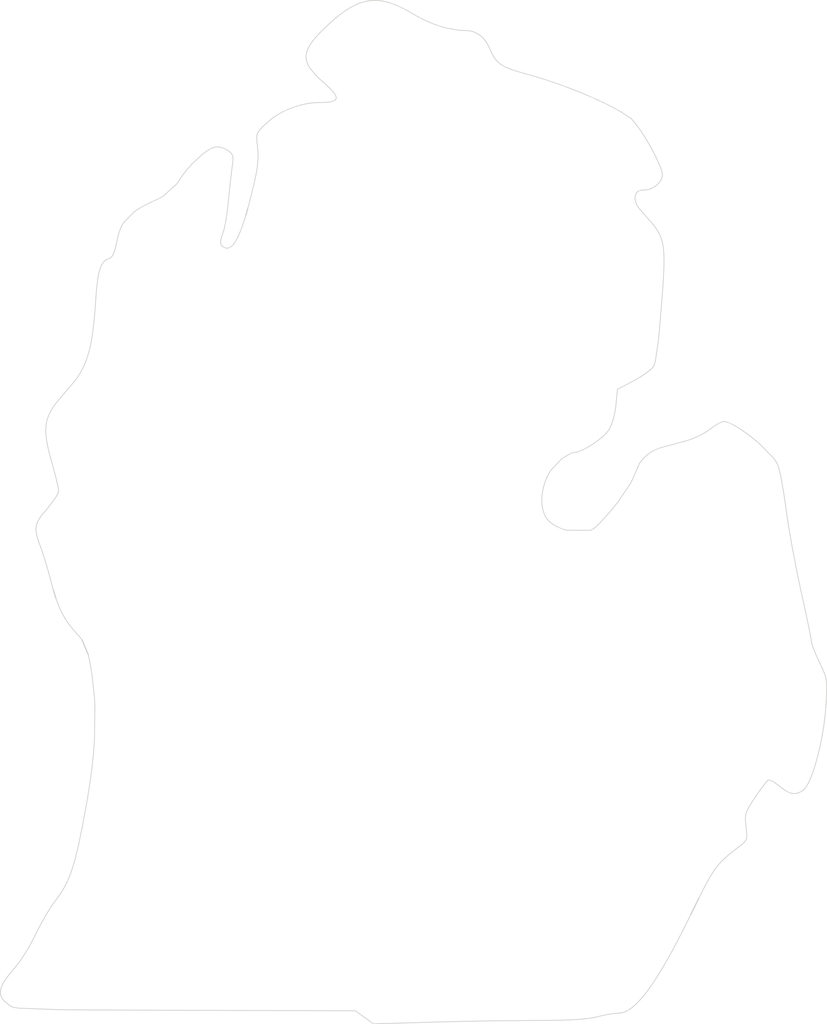
<source format=kicad_pcb>
(kicad_pcb (version 20171130) (host pcbnew 5.1.7)

  (general
    (thickness 1.6)
    (drawings 683)
    (tracks 0)
    (zones 0)
    (modules 0)
    (nets 1)
  )

  (page A4)
  (layers
    (0 F.Cu signal)
    (31 B.Cu signal)
    (32 B.Adhes user hide)
    (33 F.Adhes user)
    (34 B.Paste user)
    (35 F.Paste user)
    (36 B.SilkS user)
    (37 F.SilkS user)
    (38 B.Mask user)
    (39 F.Mask user)
    (40 Dwgs.User user)
    (41 Cmts.User user)
    (42 Eco1.User user)
    (43 Eco2.User user)
    (44 Edge.Cuts user)
    (45 Margin user)
    (46 B.CrtYd user)
    (47 F.CrtYd user)
    (48 B.Fab user)
    (49 F.Fab user)
  )

  (setup
    (last_trace_width 0.25)
    (trace_clearance 0.2)
    (zone_clearance 0.508)
    (zone_45_only no)
    (trace_min 0.2)
    (via_size 0.6)
    (via_drill 0.4)
    (via_min_size 0.4)
    (via_min_drill 0.3)
    (uvia_size 0.3)
    (uvia_drill 0.1)
    (uvias_allowed no)
    (uvia_min_size 0.2)
    (uvia_min_drill 0.1)
    (edge_width 0.15)
    (segment_width 0.2)
    (pcb_text_width 0.3)
    (pcb_text_size 1.5 1.5)
    (mod_edge_width 0.15)
    (mod_text_size 1 1)
    (mod_text_width 0.15)
    (pad_size 1.524 1.524)
    (pad_drill 0.762)
    (pad_to_mask_clearance 0.2)
    (aux_axis_origin 0 0)
    (visible_elements FFFFFF7F)
    (pcbplotparams
      (layerselection 0x010f0_80000001)
      (usegerberextensions false)
      (usegerberattributes true)
      (usegerberadvancedattributes true)
      (creategerberjobfile true)
      (excludeedgelayer true)
      (linewidth 0.100000)
      (plotframeref false)
      (viasonmask false)
      (mode 1)
      (useauxorigin false)
      (hpglpennumber 1)
      (hpglpenspeed 20)
      (hpglpendiameter 15.000000)
      (psnegative false)
      (psa4output false)
      (plotreference true)
      (plotvalue true)
      (plotinvisibletext false)
      (padsonsilk false)
      (subtractmaskfromsilk false)
      (outputformat 1)
      (mirror false)
      (drillshape 1)
      (scaleselection 1)
      (outputdirectory "gerbers/"))
  )

  (net 0 "")

  (net_class Default "This is the default net class."
    (clearance 0.2)
    (trace_width 0.25)
    (via_dia 0.6)
    (via_drill 0.4)
    (uvia_dia 0.3)
    (uvia_drill 0.1)
  )

  (gr_line (start 95.962 60.9497) (end 95.7205 61.7903) (layer Edge.Cuts) (width 0.15) (tstamp 5F962D14))
  (gr_line (start 151.147 148.771) (end 152.12 146.79) (layer Edge.Cuts) (width 0.15) (tstamp 5F962CD2))
  (gr_line (start 72.0612 109.4401) (end 71.7495 108.4424) (layer Edge.Cuts) (width 0.15) (tstamp 5F962CAA))
  (gr_line (start 76.0979 116.4829) (end 75.3292 114.6424) (layer Edge.Cuts) (width 0.15) (tstamp 5F962C9B))
  (gr_line (start 140.661 99.1569) (end 141.395 98.3058) (layer Edge.Cuts) (width 0.1))
  (gr_line (start 144.67 50.9478) (end 143.736 49.78) (layer Edge.Cuts) (width 0.1))
  (gr_line (start 143.736 49.78) (end 143.736 49.78) (layer Edge.Cuts) (width 0.1))
  (gr_line (start 110.48 161.579) (end 109.36 160.768) (layer Edge.Cuts) (width 0.1))
  (gr_line (start 109.36 160.768) (end 88.1468 160.71) (layer Edge.Cuts) (width 0.1))
  (gr_line (start 88.1468 160.71) (end 76.2688 160.664) (layer Edge.Cuts) (width 0.1))
  (gr_line (start 76.2688 160.664) (end 72.4825 160.628) (layer Edge.Cuts) (width 0.1))
  (gr_line (start 72.4825 160.628) (end 67.5084 160.445) (layer Edge.Cuts) (width 0.1))
  (gr_line (start 67.5084 160.445) (end 67.0607 160.386) (layer Edge.Cuts) (width 0.1))
  (gr_line (start 67.0607 160.386) (end 66.7305 160.318) (layer Edge.Cuts) (width 0.1))
  (gr_line (start 66.7305 160.318) (end 66.4898 160.239) (layer Edge.Cuts) (width 0.1))
  (gr_line (start 66.4898 160.239) (end 65.6664 159.599) (layer Edge.Cuts) (width 0.1))
  (gr_line (start 65.6664 159.599) (end 65.4787 159.377) (layer Edge.Cuts) (width 0.1))
  (gr_line (start 65.4787 159.377) (end 65.3329 159.152) (layer Edge.Cuts) (width 0.1))
  (gr_line (start 65.3329 159.152) (end 65.2296 158.923) (layer Edge.Cuts) (width 0.1))
  (gr_line (start 65.2296 158.923) (end 65.1692 158.686) (layer Edge.Cuts) (width 0.1))
  (gr_line (start 65.1692 158.686) (end 65.1523 158.439) (layer Edge.Cuts) (width 0.1))
  (gr_line (start 65.1523 158.439) (end 65.1792 158.179) (layer Edge.Cuts) (width 0.1))
  (gr_line (start 65.1792 158.179) (end 65.2507 157.903) (layer Edge.Cuts) (width 0.1))
  (gr_line (start 65.2507 157.903) (end 65.367 157.609) (layer Edge.Cuts) (width 0.1))
  (gr_line (start 65.367 157.609) (end 65.5288 157.294) (layer Edge.Cuts) (width 0.1))
  (gr_line (start 65.5288 157.294) (end 65.7365 156.954) (layer Edge.Cuts) (width 0.1))
  (gr_line (start 65.7365 156.954) (end 65.9907 156.588) (layer Edge.Cuts) (width 0.1))
  (gr_line (start 65.9907 156.588) (end 66.2917 156.193) (layer Edge.Cuts) (width 0.1))
  (gr_line (start 66.2917 156.193) (end 67.0366 155.304) (layer Edge.Cuts) (width 0.1))
  (gr_line (start 67.0366 155.304) (end 67.3155 154.961) (layer Edge.Cuts) (width 0.1))
  (gr_line (start 67.3155 154.961) (end 67.6265 154.534) (layer Edge.Cuts) (width 0.1))
  (gr_line (start 67.6265 154.534) (end 67.9591 154.041) (layer Edge.Cuts) (width 0.1))
  (gr_line (start 67.9591 154.041) (end 68.3029 153.498) (layer Edge.Cuts) (width 0.1))
  (gr_line (start 68.3029 153.498) (end 68.6475 152.923) (layer Edge.Cuts) (width 0.1))
  (gr_line (start 68.6475 152.923) (end 68.9824 152.332) (layer Edge.Cuts) (width 0.1))
  (gr_line (start 68.9824 152.332) (end 69.2972 151.742) (layer Edge.Cuts) (width 0.1))
  (gr_line (start 69.2972 151.742) (end 69.5814 151.171) (layer Edge.Cuts) (width 0.1))
  (gr_line (start 69.5814 151.171) (end 69.8649 150.598) (layer Edge.Cuts) (width 0.1))
  (gr_line (start 69.8649 150.598) (end 70.1777 150.002) (layer Edge.Cuts) (width 0.1))
  (gr_line (start 70.1777 150.002) (end 70.8496 148.812) (layer Edge.Cuts) (width 0.1))
  (gr_line (start 70.8496 148.812) (end 71.5148 147.741) (layer Edge.Cuts) (width 0.1))
  (gr_line (start 71.5148 147.741) (end 72.4047 146.516) (layer Edge.Cuts) (width 0.1))
  (gr_line (start 72.4047 146.516) (end 72.696 146.098) (layer Edge.Cuts) (width 0.1))
  (gr_line (start 72.696 146.098) (end 72.9675 145.668) (layer Edge.Cuts) (width 0.1))
  (gr_line (start 72.9675 145.668) (end 73.2215 145.218) (layer Edge.Cuts) (width 0.1))
  (gr_line (start 73.2215 145.218) (end 73.4605 144.74) (layer Edge.Cuts) (width 0.1))
  (gr_line (start 73.4605 144.74) (end 73.6869 144.226) (layer Edge.Cuts) (width 0.1))
  (gr_line (start 73.6869 144.226) (end 73.9033 143.67) (layer Edge.Cuts) (width 0.1))
  (gr_line (start 73.9033 143.67) (end 74.1119 143.063) (layer Edge.Cuts) (width 0.1))
  (gr_line (start 74.1119 143.063) (end 74.3152 142.399) (layer Edge.Cuts) (width 0.1))
  (gr_line (start 74.3152 142.399) (end 74.5157 141.669) (layer Edge.Cuts) (width 0.1))
  (gr_line (start 74.5157 141.669) (end 74.7158 140.866) (layer Edge.Cuts) (width 0.1))
  (gr_line (start 74.7158 140.866) (end 74.9179 139.983) (layer Edge.Cuts) (width 0.1))
  (gr_line (start 74.9179 139.983) (end 75.338 137.946) (layer Edge.Cuts) (width 0.1))
  (gr_line (start 75.338 137.946) (end 75.7953 135.498) (layer Edge.Cuts) (width 0.1))
  (gr_line (start 75.7953 135.498) (end 76.0277 134.1596) (layer Edge.Cuts) (width 0.1))
  (gr_line (start 76.0277 134.1596) (end 76.2338 132.8656) (layer Edge.Cuts) (width 0.1))
  (gr_line (start 76.2338 132.8656) (end 76.4137 131.6133) (layer Edge.Cuts) (width 0.1))
  (gr_line (start 76.4137 131.6133) (end 76.5675 130.4003) (layer Edge.Cuts) (width 0.1))
  (gr_line (start 76.5675 130.4003) (end 76.6954 129.2242) (layer Edge.Cuts) (width 0.1))
  (gr_line (start 76.6954 129.2242) (end 76.7973 128.0826) (layer Edge.Cuts) (width 0.1))
  (gr_line (start 76.7973 128.0826) (end 76.8733 126.9732) (layer Edge.Cuts) (width 0.1))
  (gr_line (start 76.8733 126.9732) (end 76.9208 122.8094) (layer Edge.Cuts) (width 0.1))
  (gr_line (start 76.9208 122.8094) (end 76.8689 121.8252) (layer Edge.Cuts) (width 0.1))
  (gr_line (start 76.8689 121.8252) (end 76.5616 118.9702) (layer Edge.Cuts) (width 0.1))
  (gr_line (start 76.5616 118.9702) (end 76.4088 118.0433) (layer Edge.Cuts) (width 0.1))
  (gr_line (start 76.4088 118.0433) (end 76.248 117.1823) (layer Edge.Cuts) (width 0.1))
  (gr_line (start 76.248 117.1823) (end 76.0979 116.4829) (layer Edge.Cuts) (width 0.1))
  (gr_line (start 75.3292 114.6424) (end 75.0262 114.2568) (layer Edge.Cuts) (width 0.1))
  (gr_line (start 75.0262 114.2568) (end 74.6512 113.8351) (layer Edge.Cuts) (width 0.1))
  (gr_line (start 74.6512 113.8351) (end 74.0777 113.1778) (layer Edge.Cuts) (width 0.1))
  (gr_line (start 74.0777 113.1778) (end 73.8186 112.8507) (layer Edge.Cuts) (width 0.1))
  (gr_line (start 73.8186 112.8507) (end 73.576 112.5209) (layer Edge.Cuts) (width 0.1))
  (gr_line (start 73.576 112.5209) (end 73.3485 112.1854) (layer Edge.Cuts) (width 0.1))
  (gr_line (start 73.3485 112.1854) (end 73.1347 111.8415) (layer Edge.Cuts) (width 0.1))
  (gr_line (start 73.1347 111.8415) (end 72.9332 111.4862) (layer Edge.Cuts) (width 0.1))
  (gr_line (start 72.9332 111.4862) (end 72.7426 111.1168) (layer Edge.Cuts) (width 0.1))
  (gr_line (start 72.7426 111.1168) (end 72.5615 110.7303) (layer Edge.Cuts) (width 0.1))
  (gr_line (start 72.5615 110.7303) (end 72.3885 110.3239) (layer Edge.Cuts) (width 0.1))
  (gr_line (start 72.3885 110.3239) (end 72.0612 109.4401) (layer Edge.Cuts) (width 0.1))
  (gr_line (start 71.7495 108.4424) (end 71.4421 107.3081) (layer Edge.Cuts) (width 0.1))
  (gr_line (start 71.4421 107.3081) (end 71.1296 106.1475) (layer Edge.Cuts) (width 0.1))
  (gr_line (start 71.1296 106.1475) (end 70.7804 104.9514) (layer Edge.Cuts) (width 0.1))
  (gr_line (start 70.7804 104.9514) (end 70.437 103.8606) (layer Edge.Cuts) (width 0.1))
  (gr_line (start 70.437 103.8606) (end 70.1421 103.0158) (layer Edge.Cuts) (width 0.1))
  (gr_line (start 70.1421 103.0158) (end 69.8561 102.2188) (layer Edge.Cuts) (width 0.1))
  (gr_line (start 69.8561 102.2188) (end 69.7495 101.8727) (layer Edge.Cuts) (width 0.1))
  (gr_line (start 69.7495 101.8727) (end 69.6683 101.5554) (layer Edge.Cuts) (width 0.1))
  (gr_line (start 69.6683 101.5554) (end 69.6132 101.2624) (layer Edge.Cuts) (width 0.1))
  (gr_line (start 69.6132 101.2624) (end 69.5851 100.9892) (layer Edge.Cuts) (width 0.1))
  (gr_line (start 69.5851 100.9892) (end 69.5847 100.7311) (layer Edge.Cuts) (width 0.1))
  (gr_line (start 69.5847 100.7311) (end 69.6128 100.4836) (layer Edge.Cuts) (width 0.1))
  (gr_line (start 69.6128 100.4836) (end 69.6702 100.2422) (layer Edge.Cuts) (width 0.1))
  (gr_line (start 69.6702 100.2422) (end 69.7577 100.0024) (layer Edge.Cuts) (width 0.1))
  (gr_line (start 69.7577 100.0024) (end 69.8762 99.7594) (layer Edge.Cuts) (width 0.1))
  (gr_line (start 69.8762 99.7594) (end 70.0263 99.5089) (layer Edge.Cuts) (width 0.1))
  (gr_line (start 70.0263 99.5089) (end 70.209 99.2463) (layer Edge.Cuts) (width 0.1))
  (gr_line (start 70.209 99.2463) (end 70.425 98.967) (layer Edge.Cuts) (width 0.1))
  (gr_line (start 70.425 98.967) (end 70.96 98.34) (layer Edge.Cuts) (width 0.1))
  (gr_line (start 70.96 98.34) (end 71.977 97.0115) (layer Edge.Cuts) (width 0.1))
  (gr_line (start 71.977 97.0115) (end 72.1532 96.7206) (layer Edge.Cuts) (width 0.1))
  (gr_line (start 72.1532 96.7206) (end 72.2864 96.4646) (layer Edge.Cuts) (width 0.1))
  (gr_line (start 72.2864 96.4646) (end 72.3706 96.2527) (layer Edge.Cuts) (width 0.1))
  (gr_line (start 72.3706 96.2527) (end 72.4 96.0942) (layer Edge.Cuts) (width 0.1))
  (gr_line (start 72.4 96.0942) (end 72.3837 95.9124) (layer Edge.Cuts) (width 0.1))
  (gr_line (start 72.3837 95.9124) (end 72.3369 95.6338) (layer Edge.Cuts) (width 0.1))
  (gr_line (start 72.3369 95.6338) (end 72.165 94.8422) (layer Edge.Cuts) (width 0.1))
  (gr_line (start 72.165 94.8422) (end 71.9106 93.8302) (layer Edge.Cuts) (width 0.1))
  (gr_line (start 71.9106 93.8302) (end 71.6 92.709) (layer Edge.Cuts) (width 0.1))
  (gr_line (start 71.6 92.709) (end 71.3679 91.882) (layer Edge.Cuts) (width 0.1))
  (gr_line (start 71.3679 91.882) (end 71.1738 91.1257) (layer Edge.Cuts) (width 0.1))
  (gr_line (start 71.1738 91.1257) (end 71.0189 90.4329) (layer Edge.Cuts) (width 0.1))
  (gr_line (start 71.0189 90.4329) (end 70.9045 89.7965) (layer Edge.Cuts) (width 0.1))
  (gr_line (start 70.9045 89.7965) (end 70.8319 89.2092) (layer Edge.Cuts) (width 0.1))
  (gr_line (start 70.8319 89.2092) (end 70.8024 88.6638) (layer Edge.Cuts) (width 0.1))
  (gr_line (start 70.8024 88.6638) (end 70.8172 88.1532) (layer Edge.Cuts) (width 0.1))
  (gr_line (start 70.8172 88.1532) (end 70.8776 87.6701) (layer Edge.Cuts) (width 0.1))
  (gr_line (start 70.8776 87.6701) (end 70.9849 87.2073) (layer Edge.Cuts) (width 0.1))
  (gr_line (start 70.9849 87.2073) (end 71.1404 86.7576) (layer Edge.Cuts) (width 0.1))
  (gr_line (start 71.1404 86.7576) (end 71.3453 86.3138) (layer Edge.Cuts) (width 0.1))
  (gr_line (start 71.3453 86.3138) (end 71.601 85.8688) (layer Edge.Cuts) (width 0.1))
  (gr_line (start 71.601 85.8688) (end 71.9087 85.4153) (layer Edge.Cuts) (width 0.1))
  (gr_line (start 71.9087 85.4153) (end 72.2696 84.946) (layer Edge.Cuts) (width 0.1))
  (gr_line (start 72.2696 84.946) (end 72.6851 84.4539) (layer Edge.Cuts) (width 0.1))
  (gr_line (start 72.6851 84.4539) (end 74.5167 82.2994) (layer Edge.Cuts) (width 0.1))
  (gr_line (start 74.5167 82.2994) (end 74.8833 81.7623) (layer Edge.Cuts) (width 0.1))
  (gr_line (start 74.8833 81.7623) (end 75.2111 81.2148) (layer Edge.Cuts) (width 0.1))
  (gr_line (start 75.2111 81.2148) (end 75.5027 80.6483) (layer Edge.Cuts) (width 0.1))
  (gr_line (start 75.5027 80.6483) (end 75.7611 80.0546) (layer Edge.Cuts) (width 0.1))
  (gr_line (start 75.7611 80.0546) (end 75.9889 79.4252) (layer Edge.Cuts) (width 0.1))
  (gr_line (start 75.9889 79.4252) (end 76.1888 78.7518) (layer Edge.Cuts) (width 0.1))
  (gr_line (start 76.1888 78.7518) (end 76.3637 78.026) (layer Edge.Cuts) (width 0.1))
  (gr_line (start 76.3637 78.026) (end 76.5163 77.2393) (layer Edge.Cuts) (width 0.1))
  (gr_line (start 76.5163 77.2393) (end 76.6493 76.3834) (layer Edge.Cuts) (width 0.1))
  (gr_line (start 76.6493 76.3834) (end 76.7655 75.4499) (layer Edge.Cuts) (width 0.1))
  (gr_line (start 76.7655 75.4499) (end 76.8677 74.4305) (layer Edge.Cuts) (width 0.1))
  (gr_line (start 76.8677 74.4305) (end 76.9585 73.3166) (layer Edge.Cuts) (width 0.1))
  (gr_line (start 76.9585 73.3166) (end 77.0409 72.1) (layer Edge.Cuts) (width 0.1))
  (gr_line (start 77.0409 72.1) (end 77.1303 70.9155) (layer Edge.Cuts) (width 0.1))
  (gr_line (start 77.1303 70.9155) (end 77.309 69.5016) (layer Edge.Cuts) (width 0.1))
  (gr_line (start 77.309 69.5016) (end 77.3833 69.1186) (layer Edge.Cuts) (width 0.1))
  (gr_line (start 77.3833 69.1186) (end 77.4661 68.7761) (layer Edge.Cuts) (width 0.1))
  (gr_line (start 77.4661 68.7761) (end 77.5583 68.472) (layer Edge.Cuts) (width 0.1))
  (gr_line (start 77.5583 68.472) (end 77.6605 68.2042) (layer Edge.Cuts) (width 0.1))
  (gr_line (start 77.6605 68.2042) (end 77.7735 67.9705) (layer Edge.Cuts) (width 0.1))
  (gr_line (start 77.7735 67.9705) (end 78.0346 67.5971) (layer Edge.Cuts) (width 0.1))
  (gr_line (start 78.0346 67.5971) (end 78.1842 67.453) (layer Edge.Cuts) (width 0.1))
  (gr_line (start 78.1842 67.453) (end 78.3475 67.3346) (layer Edge.Cuts) (width 0.1))
  (gr_line (start 78.3475 67.3346) (end 78.5252 67.2397) (layer Edge.Cuts) (width 0.1))
  (gr_line (start 78.5252 67.2397) (end 78.7179 67.1661) (layer Edge.Cuts) (width 0.1))
  (gr_line (start 78.7179 67.1661) (end 78.8652 67.0939) (layer Edge.Cuts) (width 0.1))
  (gr_line (start 78.8652 67.0939) (end 79.0012 66.9724) (layer Edge.Cuts) (width 0.1))
  (gr_line (start 79.0012 66.9724) (end 79.1276 66.7982) (layer Edge.Cuts) (width 0.1))
  (gr_line (start 79.1276 66.7982) (end 79.2458 66.5681) (layer Edge.Cuts) (width 0.1))
  (gr_line (start 79.2458 66.5681) (end 79.3572 66.2787) (layer Edge.Cuts) (width 0.1))
  (gr_line (start 79.3572 66.2787) (end 79.4634 65.9265) (layer Edge.Cuts) (width 0.1))
  (gr_line (start 79.4634 65.9265) (end 79.5658 65.5083) (layer Edge.Cuts) (width 0.1))
  (gr_line (start 79.5658 65.5083) (end 79.6659 65.0207) (layer Edge.Cuts) (width 0.1))
  (gr_line (start 79.6659 65.0207) (end 79.7607 64.5702) (layer Edge.Cuts) (width 0.1))
  (gr_line (start 79.7607 64.5702) (end 79.869 64.1508) (layer Edge.Cuts) (width 0.1))
  (gr_line (start 79.869 64.1508) (end 79.9934 63.7599) (layer Edge.Cuts) (width 0.1))
  (gr_line (start 79.9934 63.7599) (end 80.1361 63.3949) (layer Edge.Cuts) (width 0.1))
  (gr_line (start 80.1361 63.3949) (end 80.2997 63.053) (layer Edge.Cuts) (width 0.1))
  (gr_line (start 80.2997 63.053) (end 80.4864 62.7317) (layer Edge.Cuts) (width 0.1))
  (gr_line (start 80.4864 62.7317) (end 81.8521 61.3408) (layer Edge.Cuts) (width 0.1))
  (gr_line (start 81.8521 61.3408) (end 82.2283 61.0872) (layer Edge.Cuts) (width 0.1))
  (gr_line (start 82.2283 61.0872) (end 82.6446 60.8357) (layer Edge.Cuts) (width 0.1))
  (gr_line (start 82.6446 60.8357) (end 83.1032 60.5836) (layer Edge.Cuts) (width 0.1))
  (gr_line (start 83.1032 60.5836) (end 83.6066 60.3283) (layer Edge.Cuts) (width 0.1))
  (gr_line (start 83.6066 60.3283) (end 84.1572 60.067) (layer Edge.Cuts) (width 0.1))
  (gr_line (start 84.1572 60.067) (end 84.8333 59.7462) (layer Edge.Cuts) (width 0.1))
  (gr_line (start 84.8333 59.7462) (end 85.3906 59.4569) (layer Edge.Cuts) (width 0.1))
  (gr_line (start 85.3906 59.4569) (end 87.1594 57.8641) (layer Edge.Cuts) (width 0.1))
  (gr_line (start 87.1594 57.8641) (end 87.4628 57.3924) (layer Edge.Cuts) (width 0.1))
  (gr_line (start 87.4628 57.3924) (end 87.6801 57.0564) (layer Edge.Cuts) (width 0.1))
  (gr_line (start 87.6801 57.0564) (end 87.919 56.7182) (layer Edge.Cuts) (width 0.1))
  (gr_line (start 87.919 56.7182) (end 88.4497 56.0465) (layer Edge.Cuts) (width 0.1))
  (gr_line (start 88.4497 56.0465) (end 89.0304 55.3998) (layer Edge.Cuts) (width 0.1))
  (gr_line (start 89.0304 55.3998) (end 90.2448 54.2719) (layer Edge.Cuts) (width 0.1))
  (gr_line (start 90.2448 54.2719) (end 90.5417 54.0409) (layer Edge.Cuts) (width 0.1))
  (gr_line (start 90.5417 54.0409) (end 90.8298 53.836) (layer Edge.Cuts) (width 0.1))
  (gr_line (start 90.8298 53.836) (end 91.1061 53.6599) (layer Edge.Cuts) (width 0.1))
  (gr_line (start 91.1061 53.6599) (end 91.3676 53.5154) (layer Edge.Cuts) (width 0.1))
  (gr_line (start 91.3676 53.5154) (end 91.6111 53.4055) (layer Edge.Cuts) (width 0.1))
  (gr_line (start 91.6111 53.4055) (end 91.8338 53.3329) (layer Edge.Cuts) (width 0.1))
  (gr_line (start 91.8338 53.3329) (end 92.0045 53.3043) (layer Edge.Cuts) (width 0.1))
  (gr_line (start 92.0045 53.3043) (end 92.191 53.2988) (layer Edge.Cuts) (width 0.1))
  (gr_line (start 92.191 53.2988) (end 92.3888 53.3155) (layer Edge.Cuts) (width 0.1))
  (gr_line (start 92.3888 53.3155) (end 92.5939 53.3534) (layer Edge.Cuts) (width 0.1))
  (gr_line (start 92.5939 53.3534) (end 92.8018 53.4115) (layer Edge.Cuts) (width 0.1))
  (gr_line (start 92.8018 53.4115) (end 93.0084 53.4888) (layer Edge.Cuts) (width 0.1))
  (gr_line (start 93.0084 53.4888) (end 93.2093 53.5843) (layer Edge.Cuts) (width 0.1))
  (gr_line (start 93.2093 53.5843) (end 93.4003 53.697) (layer Edge.Cuts) (width 0.1))
  (gr_line (start 93.4003 53.697) (end 93.6549 53.8726) (layer Edge.Cuts) (width 0.1))
  (gr_line (start 93.6549 53.8726) (end 93.848 54.035) (layer Edge.Cuts) (width 0.1))
  (gr_line (start 93.848 54.035) (end 93.9853 54.202) (layer Edge.Cuts) (width 0.1))
  (gr_line (start 93.9853 54.202) (end 94.072 54.3916) (layer Edge.Cuts) (width 0.1))
  (gr_line (start 94.072 54.3916) (end 94.1137 54.6216) (layer Edge.Cuts) (width 0.1))
  (gr_line (start 94.1137 54.6216) (end 94.1159 54.9098) (layer Edge.Cuts) (width 0.1))
  (gr_line (start 94.1159 54.9098) (end 94.084 55.274) (layer Edge.Cuts) (width 0.1))
  (gr_line (start 94.084 55.274) (end 94.0235 55.7323) (layer Edge.Cuts) (width 0.1))
  (gr_line (start 94.0235 55.7323) (end 93.7936 57.629) (layer Edge.Cuts) (width 0.1))
  (gr_line (start 93.7936 57.629) (end 93.5391 60.1) (layer Edge.Cuts) (width 0.1))
  (gr_line (start 93.5391 60.1) (end 93.4056 61.2893) (layer Edge.Cuts) (width 0.1))
  (gr_line (start 93.4056 61.2893) (end 93.2431 62.3986) (layer Edge.Cuts) (width 0.1))
  (gr_line (start 93.2431 62.3986) (end 93.0723 63.3038) (layer Edge.Cuts) (width 0.1))
  (gr_line (start 93.0723 63.3038) (end 92.9901 63.6411) (layer Edge.Cuts) (width 0.1))
  (gr_line (start 92.9901 63.6411) (end 92.9136 63.8808) (layer Edge.Cuts) (width 0.1))
  (gr_line (start 92.9136 63.8808) (end 92.7555 64.3122) (layer Edge.Cuts) (width 0.1))
  (gr_line (start 92.7555 64.3122) (end 92.6481 64.6776) (layer Edge.Cuts) (width 0.1))
  (gr_line (start 92.6481 64.6776) (end 92.5918 64.9833) (layer Edge.Cuts) (width 0.1))
  (gr_line (start 92.5918 64.9833) (end 92.5872 65.2356) (layer Edge.Cuts) (width 0.1))
  (gr_line (start 92.5872 65.2356) (end 92.6045 65.3437) (layer Edge.Cuts) (width 0.1))
  (gr_line (start 92.6045 65.3437) (end 92.635 65.4409) (layer Edge.Cuts) (width 0.1))
  (gr_line (start 92.635 65.4409) (end 92.6788 65.5279) (layer Edge.Cuts) (width 0.1))
  (gr_line (start 92.6788 65.5279) (end 92.7358 65.6056) (layer Edge.Cuts) (width 0.1))
  (gr_line (start 92.7358 65.6056) (end 92.8901 65.7359) (layer Edge.Cuts) (width 0.1))
  (gr_line (start 92.8901 65.7359) (end 93.0987 65.8382) (layer Edge.Cuts) (width 0.1))
  (gr_line (start 93.0987 65.8382) (end 93.207 65.872) (layer Edge.Cuts) (width 0.1))
  (gr_line (start 93.207 65.872) (end 93.3147 65.8897) (layer Edge.Cuts) (width 0.1))
  (gr_line (start 93.3147 65.8897) (end 93.4218 65.8911) (layer Edge.Cuts) (width 0.1))
  (gr_line (start 93.4218 65.8911) (end 93.5286 65.876) (layer Edge.Cuts) (width 0.1))
  (gr_line (start 93.5286 65.876) (end 93.635 65.8443) (layer Edge.Cuts) (width 0.1))
  (gr_line (start 93.635 65.8443) (end 93.7411 65.7956) (layer Edge.Cuts) (width 0.1))
  (gr_line (start 93.7411 65.7956) (end 93.9531 65.6468) (layer Edge.Cuts) (width 0.1))
  (gr_line (start 93.9531 65.6468) (end 94.1652 65.4278) (layer Edge.Cuts) (width 0.1))
  (gr_line (start 94.1652 65.4278) (end 94.3784 65.1371) (layer Edge.Cuts) (width 0.1))
  (gr_line (start 94.3784 65.1371) (end 94.5932 64.7728) (layer Edge.Cuts) (width 0.1))
  (gr_line (start 94.5932 64.7728) (end 94.8106 64.3334) (layer Edge.Cuts) (width 0.1))
  (gr_line (start 94.8106 64.3334) (end 95.0312 63.8171) (layer Edge.Cuts) (width 0.1))
  (gr_line (start 95.0312 63.8171) (end 95.2559 63.2223) (layer Edge.Cuts) (width 0.1))
  (gr_line (start 95.2559 63.2223) (end 95.4854 62.5473) (layer Edge.Cuts) (width 0.1))
  (gr_line (start 95.4854 62.5473) (end 95.7205 61.7903) (layer Edge.Cuts) (width 0.1))
  (gr_line (start 95.962 60.9497) (end 96.2106 60.0239) (layer Edge.Cuts) (width 0.1))
  (gr_line (start 96.2106 60.0239) (end 96.7323 57.9096) (layer Edge.Cuts) (width 0.1))
  (gr_line (start 96.7323 57.9096) (end 96.8978 57.1717) (layer Edge.Cuts) (width 0.1))
  (gr_line (start 96.8978 57.1717) (end 97.03 56.5018) (layer Edge.Cuts) (width 0.1))
  (gr_line (start 97.03 56.5018) (end 97.13 55.8897) (layer Edge.Cuts) (width 0.1))
  (gr_line (start 97.13 55.8897) (end 97.1986 55.3251) (layer Edge.Cuts) (width 0.1))
  (gr_line (start 97.1986 55.3251) (end 97.237 54.7978) (layer Edge.Cuts) (width 0.1))
  (gr_line (start 97.237 54.7978) (end 97.2462 54.2974) (layer Edge.Cuts) (width 0.1))
  (gr_line (start 97.2462 54.2974) (end 97.2271 53.8138) (layer Edge.Cuts) (width 0.1))
  (gr_line (start 97.2271 53.8138) (end 97.1807 53.3366) (layer Edge.Cuts) (width 0.1))
  (gr_line (start 97.1807 53.3366) (end 97.1124 52.7629) (layer Edge.Cuts) (width 0.1))
  (gr_line (start 97.1124 52.7629) (end 97.0775 52.3147) (layer Edge.Cuts) (width 0.1))
  (gr_line (start 97.0775 52.3147) (end 97.0885 51.958) (layer Edge.Cuts) (width 0.1))
  (gr_line (start 97.0885 51.958) (end 97.115 51.8034) (layer Edge.Cuts) (width 0.1))
  (gr_line (start 97.115 51.8034) (end 97.1577 51.6589) (layer Edge.Cuts) (width 0.1))
  (gr_line (start 97.1577 51.6589) (end 97.2179 51.5202) (layer Edge.Cuts) (width 0.1))
  (gr_line (start 97.2179 51.5202) (end 97.2974 51.3832) (layer Edge.Cuts) (width 0.1))
  (gr_line (start 97.2974 51.3832) (end 97.5201 51.097) (layer Edge.Cuts) (width 0.1))
  (gr_line (start 97.5201 51.097) (end 97.8382 50.7661) (layer Edge.Cuts) (width 0.1))
  (gr_line (start 97.8382 50.7661) (end 98.9112 49.8103) (layer Edge.Cuts) (width 0.1))
  (gr_line (start 98.9112 49.8103) (end 99.2684 49.5555) (layer Edge.Cuts) (width 0.1))
  (gr_line (start 99.2684 49.5555) (end 99.645 49.314) (layer Edge.Cuts) (width 0.1))
  (gr_line (start 99.645 49.314) (end 100.0386 49.0867) (layer Edge.Cuts) (width 0.1))
  (gr_line (start 100.0386 49.0867) (end 100.4471 48.8746) (layer Edge.Cuts) (width 0.1))
  (gr_line (start 100.4471 48.8746) (end 100.8682 48.6786) (layer Edge.Cuts) (width 0.1))
  (gr_line (start 100.8682 48.6786) (end 101.2996 48.4994) (layer Edge.Cuts) (width 0.1))
  (gr_line (start 101.2996 48.4994) (end 101.7391 48.338) (layer Edge.Cuts) (width 0.1))
  (gr_line (start 101.7391 48.338) (end 102.1845 48.1952) (layer Edge.Cuts) (width 0.1))
  (gr_line (start 102.1845 48.1952) (end 102.6334 48.072) (layer Edge.Cuts) (width 0.1))
  (gr_line (start 102.6334 48.072) (end 103.0837 47.9692) (layer Edge.Cuts) (width 0.1))
  (gr_line (start 103.0837 47.9692) (end 103.533 47.8878) (layer Edge.Cuts) (width 0.1))
  (gr_line (start 103.533 47.8878) (end 103.9791 47.8285) (layer Edge.Cuts) (width 0.1))
  (gr_line (start 103.9791 47.8285) (end 104.4198 47.7923) (layer Edge.Cuts) (width 0.1))
  (gr_line (start 104.4198 47.7923) (end 104.8528 47.78) (layer Edge.Cuts) (width 0.1))
  (gr_line (start 104.8528 47.78) (end 105.3249 47.7734) (layer Edge.Cuts) (width 0.1))
  (gr_line (start 105.3249 47.7734) (end 105.7372 47.7527) (layer Edge.Cuts) (width 0.1))
  (gr_line (start 105.7372 47.7527) (end 106.09 47.7167) (layer Edge.Cuts) (width 0.1))
  (gr_line (start 106.09 47.7167) (end 106.3836 47.664) (layer Edge.Cuts) (width 0.1))
  (gr_line (start 106.3836 47.664) (end 106.6182 47.5934) (layer Edge.Cuts) (width 0.1))
  (gr_line (start 106.6182 47.5934) (end 106.7941 47.5037) (layer Edge.Cuts) (width 0.1))
  (gr_line (start 106.7941 47.5037) (end 106.9116 47.3934) (layer Edge.Cuts) (width 0.1))
  (gr_line (start 106.9116 47.3934) (end 106.9485 47.3302) (layer Edge.Cuts) (width 0.1))
  (gr_line (start 106.9485 47.3302) (end 106.9709 47.2614) (layer Edge.Cuts) (width 0.1))
  (gr_line (start 106.9709 47.2614) (end 106.9724 47.1063) (layer Edge.Cuts) (width 0.1))
  (gr_line (start 106.9724 47.1063) (end 106.9163 46.9269) (layer Edge.Cuts) (width 0.1))
  (gr_line (start 106.9163 46.9269) (end 106.8028 46.7219) (layer Edge.Cuts) (width 0.1))
  (gr_line (start 106.8028 46.7219) (end 106.6323 46.49) (layer Edge.Cuts) (width 0.1))
  (gr_line (start 106.6323 46.49) (end 106.405 46.2299) (layer Edge.Cuts) (width 0.1))
  (gr_line (start 106.405 46.2299) (end 106.1212 45.9404) (layer Edge.Cuts) (width 0.1))
  (gr_line (start 106.1212 45.9404) (end 105.3851 45.2678) (layer Edge.Cuts) (width 0.1))
  (gr_line (start 105.3851 45.2678) (end 104.8466 44.7824) (layer Edge.Cuts) (width 0.1))
  (gr_line (start 104.8466 44.7824) (end 104.3839 44.32469) (layer Edge.Cuts) (width 0.1))
  (gr_line (start 104.3839 44.32469) (end 103.6881 43.47194) (layer Edge.Cuts) (width 0.1))
  (gr_line (start 103.6881 43.47194) (end 103.5624 43.26798) (layer Edge.Cuts) (width 0.1))
  (gr_line (start 103.5624 43.26798) (end 103.4561 43.06642) (layer Edge.Cuts) (width 0.1))
  (gr_line (start 103.4561 43.06642) (end 103.3693 42.86658) (layer Edge.Cuts) (width 0.1))
  (gr_line (start 103.3693 42.86658) (end 103.3021 42.66783) (layer Edge.Cuts) (width 0.1))
  (gr_line (start 103.3021 42.66783) (end 103.2545 42.46951) (layer Edge.Cuts) (width 0.1))
  (gr_line (start 103.2545 42.46951) (end 103.2266 42.27097) (layer Edge.Cuts) (width 0.1))
  (gr_line (start 103.2266 42.27097) (end 103.2186 42.07156) (layer Edge.Cuts) (width 0.1))
  (gr_line (start 103.2186 42.07156) (end 103.2303 41.87062) (layer Edge.Cuts) (width 0.1))
  (gr_line (start 103.2303 41.87062) (end 103.262 41.6675) (layer Edge.Cuts) (width 0.1))
  (gr_line (start 103.262 41.6675) (end 103.3137 41.46155) (layer Edge.Cuts) (width 0.1))
  (gr_line (start 103.3137 41.46155) (end 103.3855 41.25212) (layer Edge.Cuts) (width 0.1))
  (gr_line (start 103.3855 41.25212) (end 103.4774 41.03856) (layer Edge.Cuts) (width 0.1))
  (gr_line (start 103.4774 41.03856) (end 103.5895 40.8202) (layer Edge.Cuts) (width 0.1))
  (gr_line (start 103.5895 40.8202) (end 103.7219 40.59641) (layer Edge.Cuts) (width 0.1))
  (gr_line (start 103.7219 40.59641) (end 104.0478 40.1299) (layer Edge.Cuts) (width 0.1))
  (gr_line (start 104.0478 40.1299) (end 104.4556 39.6338) (layer Edge.Cuts) (width 0.1))
  (gr_line (start 104.4556 39.6338) (end 104.9459 39.10289) (layer Edge.Cuts) (width 0.1))
  (gr_line (start 104.9459 39.10289) (end 105.5193 38.53197) (layer Edge.Cuts) (width 0.1))
  (gr_line (start 105.5193 38.53197) (end 106.1763 37.9158) (layer Edge.Cuts) (width 0.1))
  (gr_line (start 106.1763 37.9158) (end 106.8528 37.31954) (layer Edge.Cuts) (width 0.1))
  (gr_line (start 106.8528 37.31954) (end 107.5054 36.79453) (layer Edge.Cuts) (width 0.1))
  (gr_line (start 107.5054 36.79453) (end 108.1381 36.34027) (layer Edge.Cuts) (width 0.1))
  (gr_line (start 108.1381 36.34027) (end 108.7548 35.95627) (layer Edge.Cuts) (width 0.1))
  (gr_line (start 108.7548 35.95627) (end 109.3594 35.64203) (layer Edge.Cuts) (width 0.1))
  (gr_line (start 109.3594 35.64203) (end 109.6585 35.51092) (layer Edge.Cuts) (width 0.1))
  (gr_line (start 109.6585 35.51092) (end 109.956 35.39707) (layer Edge.Cuts) (width 0.1))
  (gr_line (start 109.956 35.39707) (end 110.2525 35.300408) (layer Edge.Cuts) (width 0.1))
  (gr_line (start 110.2525 35.300408) (end 110.5485 35.220883) (layer Edge.Cuts) (width 0.1))
  (gr_line (start 110.5485 35.220883) (end 110.8445 35.158429) (layer Edge.Cuts) (width 0.1))
  (gr_line (start 110.8445 35.158429) (end 111.1409 35.112985) (layer Edge.Cuts) (width 0.1))
  (gr_line (start 111.1409 35.112985) (end 111.4382 35.08449) (layer Edge.Cuts) (width 0.1))
  (gr_line (start 111.4382 35.08449) (end 111.737 35.072881) (layer Edge.Cuts) (width 0.1))
  (gr_line (start 111.737 35.072881) (end 112.0378 35.078098) (layer Edge.Cuts) (width 0.1))
  (gr_line (start 112.0378 35.078098) (end 112.341 35.100078) (layer Edge.Cuts) (width 0.1))
  (gr_line (start 112.341 35.100078) (end 112.6471 35.13876) (layer Edge.Cuts) (width 0.1))
  (gr_line (start 112.6471 35.13876) (end 112.9566 35.194083) (layer Edge.Cuts) (width 0.1))
  (gr_line (start 112.9566 35.194083) (end 113.588 35.3544) (layer Edge.Cuts) (width 0.1))
  (gr_line (start 113.588 35.3544) (end 114.239 35.58054) (layer Edge.Cuts) (width 0.1))
  (gr_line (start 114.239 35.58054) (end 114.9136 35.87201) (layer Edge.Cuts) (width 0.1))
  (gr_line (start 114.9136 35.87201) (end 115.6158 36.22832) (layer Edge.Cuts) (width 0.1))
  (gr_line (start 115.6158 36.22832) (end 116.3495 36.64897) (layer Edge.Cuts) (width 0.1))
  (gr_line (start 116.3495 36.64897) (end 117.2139 37.13966) (layer Edge.Cuts) (width 0.1))
  (gr_line (start 117.2139 37.13966) (end 118.081 37.57213) (layer Edge.Cuts) (width 0.1))
  (gr_line (start 118.081 37.57213) (end 118.9438 37.94417) (layer Edge.Cuts) (width 0.1))
  (gr_line (start 118.9438 37.94417) (end 119.7957 38.25354) (layer Edge.Cuts) (width 0.1))
  (gr_line (start 119.7957 38.25354) (end 120.6299 38.49803) (layer Edge.Cuts) (width 0.1))
  (gr_line (start 120.6299 38.49803) (end 122.2181 38.78349) (layer Edge.Cuts) (width 0.1))
  (gr_line (start 122.2181 38.78349) (end 122.5935 38.81083) (layer Edge.Cuts) (width 0.1))
  (gr_line (start 122.5935 38.81083) (end 122.9585 38.82) (layer Edge.Cuts) (width 0.1))
  (gr_line (start 122.9585 38.82) (end 123.2356 38.82868) (layer Edge.Cuts) (width 0.1))
  (gr_line (start 123.2356 38.82868) (end 123.5006 38.85491) (layer Edge.Cuts) (width 0.1))
  (gr_line (start 123.5006 38.85491) (end 123.754 38.89902) (layer Edge.Cuts) (width 0.1))
  (gr_line (start 123.754 38.89902) (end 123.996 38.96128) (layer Edge.Cuts) (width 0.1))
  (gr_line (start 123.996 38.96128) (end 124.2271 39.04203) (layer Edge.Cuts) (width 0.1))
  (gr_line (start 124.2271 39.04203) (end 124.4478 39.14155) (layer Edge.Cuts) (width 0.1))
  (gr_line (start 124.4478 39.14155) (end 124.6584 39.26016) (layer Edge.Cuts) (width 0.1))
  (gr_line (start 124.6584 39.26016) (end 124.8593 39.39815) (layer Edge.Cuts) (width 0.1))
  (gr_line (start 124.8593 39.39815) (end 125.0509 39.55584) (layer Edge.Cuts) (width 0.1))
  (gr_line (start 125.0509 39.55584) (end 125.2337 39.73353) (layer Edge.Cuts) (width 0.1))
  (gr_line (start 125.2337 39.73353) (end 125.4081 39.93152) (layer Edge.Cuts) (width 0.1))
  (gr_line (start 125.4081 39.93152) (end 125.5744 40.15011) (layer Edge.Cuts) (width 0.1))
  (gr_line (start 125.5744 40.15011) (end 125.733 40.38963) (layer Edge.Cuts) (width 0.1))
  (gr_line (start 125.733 40.38963) (end 125.8844 40.65036) (layer Edge.Cuts) (width 0.1))
  (gr_line (start 125.8844 40.65036) (end 126.029 40.93261) (layer Edge.Cuts) (width 0.1))
  (gr_line (start 126.029 40.93261) (end 126.1672 41.23669) (layer Edge.Cuts) (width 0.1))
  (gr_line (start 126.1672 41.23669) (end 126.4444 41.82164) (layer Edge.Cuts) (width 0.1))
  (gr_line (start 126.4444 41.82164) (end 126.5905 42.07623) (layer Edge.Cuts) (width 0.1))
  (gr_line (start 126.5905 42.07623) (end 126.7462 42.30869) (layer Edge.Cuts) (width 0.1))
  (gr_line (start 126.7462 42.30869) (end 126.915 42.52135) (layer Edge.Cuts) (width 0.1))
  (gr_line (start 126.915 42.52135) (end 127.1004 42.71656) (layer Edge.Cuts) (width 0.1))
  (gr_line (start 127.1004 42.71656) (end 127.306 42.89665) (layer Edge.Cuts) (width 0.1))
  (gr_line (start 127.306 42.89665) (end 127.5352 43.06396) (layer Edge.Cuts) (width 0.1))
  (gr_line (start 127.5352 43.06396) (end 127.7915 43.22083) (layer Edge.Cuts) (width 0.1))
  (gr_line (start 127.7915 43.22083) (end 128.0785 43.36961) (layer Edge.Cuts) (width 0.1))
  (gr_line (start 128.0785 43.36961) (end 128.3996 43.51262) (layer Edge.Cuts) (width 0.1))
  (gr_line (start 128.3996 43.51262) (end 128.7584 43.65221) (layer Edge.Cuts) (width 0.1))
  (gr_line (start 128.7584 43.65221) (end 129.6029 43.93049) (layer Edge.Cuts) (width 0.1))
  (gr_line (start 129.6029 43.93049) (end 130.64 44.22314) (layer Edge.Cuts) (width 0.1))
  (gr_line (start 130.64 44.22314) (end 131.6193 44.4978) (layer Edge.Cuts) (width 0.1))
  (gr_line (start 131.6193 44.4978) (end 132.6207 44.802) (layer Edge.Cuts) (width 0.1))
  (gr_line (start 132.6207 44.802) (end 133.635 45.1319) (layer Edge.Cuts) (width 0.1))
  (gr_line (start 133.635 45.1319) (end 134.6531 45.4835) (layer Edge.Cuts) (width 0.1))
  (gr_line (start 134.6531 45.4835) (end 135.6659 45.8528) (layer Edge.Cuts) (width 0.1))
  (gr_line (start 135.6659 45.8528) (end 136.6645 46.236) (layer Edge.Cuts) (width 0.1))
  (gr_line (start 136.6645 46.236) (end 137.6395 46.629) (layer Edge.Cuts) (width 0.1))
  (gr_line (start 137.6395 46.629) (end 138.582 47.0279) (layer Edge.Cuts) (width 0.1))
  (gr_line (start 138.582 47.0279) (end 139.4829 47.4287) (layer Edge.Cuts) (width 0.1))
  (gr_line (start 139.4829 47.4287) (end 140.333 47.8276) (layer Edge.Cuts) (width 0.1))
  (gr_line (start 140.333 47.8276) (end 141.123 48.2205) (layer Edge.Cuts) (width 0.1))
  (gr_line (start 141.123 48.2205) (end 141.845 48.6036) (layer Edge.Cuts) (width 0.1))
  (gr_line (start 141.845 48.6036) (end 142.488 48.9728) (layer Edge.Cuts) (width 0.1))
  (gr_line (start 142.488 48.9728) (end 143.736 49.78) (layer Edge.Cuts) (width 0.1))
  (gr_line (start 144.67 50.9478) (end 144.973 51.3868) (layer Edge.Cuts) (width 0.1))
  (gr_line (start 144.973 51.3868) (end 145.594 52.3686) (layer Edge.Cuts) (width 0.1))
  (gr_line (start 145.594 52.3686) (end 146.2 53.423) (layer Edge.Cuts) (width 0.1))
  (gr_line (start 146.2 53.423) (end 146.747 54.4704) (layer Edge.Cuts) (width 0.1))
  (gr_line (start 146.747 54.4704) (end 146.985 54.9667) (layer Edge.Cuts) (width 0.1))
  (gr_line (start 146.985 54.9667) (end 147.192 55.4315) (layer Edge.Cuts) (width 0.1))
  (gr_line (start 147.192 55.4315) (end 147.362 55.8548) (layer Edge.Cuts) (width 0.1))
  (gr_line (start 147.362 55.8548) (end 147.491 56.2268) (layer Edge.Cuts) (width 0.1))
  (gr_line (start 147.491 56.2268) (end 147.572 56.5375) (layer Edge.Cuts) (width 0.1))
  (gr_line (start 147.572 56.5375) (end 147.6 56.7771) (layer Edge.Cuts) (width 0.1))
  (gr_line (start 147.6 56.7771) (end 147.587 56.9478) (layer Edge.Cuts) (width 0.1))
  (gr_line (start 147.587 56.9478) (end 147.548 57.1186) (layer Edge.Cuts) (width 0.1))
  (gr_line (start 147.548 57.1186) (end 147.486 57.2879) (layer Edge.Cuts) (width 0.1))
  (gr_line (start 147.486 57.2879) (end 147.402 57.4542) (layer Edge.Cuts) (width 0.1))
  (gr_line (start 147.402 57.4542) (end 147.299 57.616) (layer Edge.Cuts) (width 0.1))
  (gr_line (start 147.299 57.616) (end 147.177 57.7718) (layer Edge.Cuts) (width 0.1))
  (gr_line (start 147.177 57.7718) (end 147.039 57.9199) (layer Edge.Cuts) (width 0.1))
  (gr_line (start 147.039 57.9199) (end 146.887 58.0589) (layer Edge.Cuts) (width 0.1))
  (gr_line (start 146.887 58.0589) (end 146.722 58.1873) (layer Edge.Cuts) (width 0.1))
  (gr_line (start 146.722 58.1873) (end 146.546 58.3036) (layer Edge.Cuts) (width 0.1))
  (gr_line (start 146.546 58.3036) (end 146.361 58.4061) (layer Edge.Cuts) (width 0.1))
  (gr_line (start 146.361 58.4061) (end 146.169 58.4934) (layer Edge.Cuts) (width 0.1))
  (gr_line (start 146.169 58.4934) (end 145.972 58.564) (layer Edge.Cuts) (width 0.1))
  (gr_line (start 145.972 58.564) (end 145.771 58.6163) (layer Edge.Cuts) (width 0.1))
  (gr_line (start 145.771 58.6163) (end 145.569 58.6488) (layer Edge.Cuts) (width 0.1))
  (gr_line (start 145.569 58.6488) (end 145.366 58.66) (layer Edge.Cuts) (width 0.1))
  (gr_line (start 145.366 58.66) (end 145.108 58.6686) (layer Edge.Cuts) (width 0.1))
  (gr_line (start 145.108 58.6686) (end 144.892 58.6965) (layer Edge.Cuts) (width 0.1))
  (gr_line (start 144.892 58.6965) (end 144.713 58.7471) (layer Edge.Cuts) (width 0.1))
  (gr_line (start 144.713 58.7471) (end 144.567 58.8237) (layer Edge.Cuts) (width 0.1))
  (gr_line (start 144.567 58.8237) (end 144.449 58.9297) (layer Edge.Cuts) (width 0.1))
  (gr_line (start 144.449 58.9297) (end 144.353 59.0685) (layer Edge.Cuts) (width 0.1))
  (gr_line (start 144.353 59.0685) (end 144.276 59.2434) (layer Edge.Cuts) (width 0.1))
  (gr_line (start 144.276 59.2434) (end 144.212 59.4578) (layer Edge.Cuts) (width 0.1))
  (gr_line (start 144.212 59.4578) (end 144.172 59.696) (layer Edge.Cuts) (width 0.1))
  (gr_line (start 144.172 59.696) (end 144.366 60.4457) (layer Edge.Cuts) (width 0.1))
  (gr_line (start 144.366 60.4457) (end 144.56 60.7527) (layer Edge.Cuts) (width 0.1))
  (gr_line (start 144.56 60.7527) (end 144.832 61.1108) (layer Edge.Cuts) (width 0.1))
  (gr_line (start 144.832 61.1108) (end 146.056 62.4994) (layer Edge.Cuts) (width 0.1))
  (gr_line (start 146.056 62.4994) (end 146.422 62.9298) (layer Edge.Cuts) (width 0.1))
  (gr_line (start 146.422 62.9298) (end 146.74 63.3403) (layer Edge.Cuts) (width 0.1))
  (gr_line (start 146.74 63.3403) (end 147.011 63.745) (layer Edge.Cuts) (width 0.1))
  (gr_line (start 147.011 63.745) (end 147.239 64.1575) (layer Edge.Cuts) (width 0.1))
  (gr_line (start 147.239 64.1575) (end 147.424 64.5919) (layer Edge.Cuts) (width 0.1))
  (gr_line (start 147.424 64.5919) (end 147.57 65.0621) (layer Edge.Cuts) (width 0.1))
  (gr_line (start 147.57 65.0621) (end 147.678 65.5819) (layer Edge.Cuts) (width 0.1))
  (gr_line (start 147.678 65.5819) (end 147.752 66.1653) (layer Edge.Cuts) (width 0.1))
  (gr_line (start 147.752 66.1653) (end 147.792 66.8261) (layer Edge.Cuts) (width 0.1))
  (gr_line (start 147.792 66.8261) (end 147.803 67.5782) (layer Edge.Cuts) (width 0.1))
  (gr_line (start 147.803 67.5782) (end 147.785 68.4356) (layer Edge.Cuts) (width 0.1))
  (gr_line (start 147.785 68.4356) (end 147.674 70.5217) (layer Edge.Cuts) (width 0.1))
  (gr_line (start 147.674 70.5217) (end 147.218 76.2402) (layer Edge.Cuts) (width 0.1))
  (gr_line (start 147.218 76.2402) (end 147.094 77.4483) (layer Edge.Cuts) (width 0.1))
  (gr_line (start 147.094 77.4483) (end 146.73 79.8959) (layer Edge.Cuts) (width 0.1))
  (gr_line (start 146.73 79.8959) (end 146.609 80.342) (layer Edge.Cuts) (width 0.1))
  (gr_line (start 146.609 80.342) (end 146.548 80.4996) (layer Edge.Cuts) (width 0.1))
  (gr_line (start 146.548 80.4996) (end 146.487 80.6145) (layer Edge.Cuts) (width 0.1))
  (gr_line (start 146.487 80.6145) (end 146.351 80.7815) (layer Edge.Cuts) (width 0.1))
  (gr_line (start 146.351 80.7815) (end 146.144 80.9791) (layer Edge.Cuts) (width 0.1))
  (gr_line (start 146.144 80.9791) (end 145.878 81.2001) (layer Edge.Cuts) (width 0.1))
  (gr_line (start 145.878 81.2001) (end 145.563 81.4371) (layer Edge.Cuts) (width 0.1))
  (gr_line (start 145.563 81.4371) (end 145.207 81.6828) (layer Edge.Cuts) (width 0.1))
  (gr_line (start 145.207 81.6828) (end 144.823 81.9299) (layer Edge.Cuts) (width 0.1))
  (gr_line (start 144.823 81.9299) (end 144.419 82.1711) (layer Edge.Cuts) (width 0.1))
  (gr_line (start 144.419 82.1711) (end 144.006 82.399) (layer Edge.Cuts) (width 0.1))
  (gr_line (start 144.006 82.399) (end 142 83.46) (layer Edge.Cuts) (width 0.1))
  (gr_line (start 142 83.46) (end 141.813 85.4171) (layer Edge.Cuts) (width 0.1))
  (gr_line (start 141.813 85.4171) (end 141.76 85.8543) (layer Edge.Cuts) (width 0.1))
  (gr_line (start 141.76 85.8543) (end 141.687 86.2922) (layer Edge.Cuts) (width 0.1))
  (gr_line (start 141.687 86.2922) (end 141.595 86.7228) (layer Edge.Cuts) (width 0.1))
  (gr_line (start 141.595 86.7228) (end 141.487 87.1379) (layer Edge.Cuts) (width 0.1))
  (gr_line (start 141.487 87.1379) (end 141.365 87.5294) (layer Edge.Cuts) (width 0.1))
  (gr_line (start 141.365 87.5294) (end 141.232 87.8893) (layer Edge.Cuts) (width 0.1))
  (gr_line (start 141.232 87.8893) (end 141.09 88.2095) (layer Edge.Cuts) (width 0.1))
  (gr_line (start 141.09 88.2095) (end 140.941 88.4818) (layer Edge.Cuts) (width 0.1))
  (gr_line (start 140.941 88.4818) (end 140.796 88.6873) (layer Edge.Cuts) (width 0.1))
  (gr_line (start 140.796 88.6873) (end 140.609 88.9058) (layer Edge.Cuts) (width 0.1))
  (gr_line (start 140.609 88.9058) (end 140.386 89.1336) (layer Edge.Cuts) (width 0.1))
  (gr_line (start 140.386 89.1336) (end 140.132 89.3672) (layer Edge.Cuts) (width 0.1))
  (gr_line (start 140.132 89.3672) (end 139.5527 89.8371) (layer Edge.Cuts) (width 0.1))
  (gr_line (start 139.5527 89.8371) (end 138.9162 90.2865) (layer Edge.Cuts) (width 0.1))
  (gr_line (start 138.9162 90.2865) (end 138.2659 90.6865) (layer Edge.Cuts) (width 0.1))
  (gr_line (start 138.2659 90.6865) (end 137.6456 91.008) (layer Edge.Cuts) (width 0.1))
  (gr_line (start 137.6456 91.008) (end 137.3605 91.1303) (layer Edge.Cuts) (width 0.1))
  (gr_line (start 137.3605 91.1303) (end 137.0994 91.2222) (layer Edge.Cuts) (width 0.1))
  (gr_line (start 137.0994 91.2222) (end 136.8677 91.2799) (layer Edge.Cuts) (width 0.1))
  (gr_line (start 136.8677 91.2799) (end 136.671 91.3) (layer Edge.Cuts) (width 0.1))
  (gr_line (start 136.671 91.3) (end 136.5586 91.316) (layer Edge.Cuts) (width 0.1))
  (gr_line (start 136.5586 91.316) (end 136.4084 91.3617) (layer Edge.Cuts) (width 0.1))
  (gr_line (start 136.4084 91.3617) (end 136.0206 91.5296) (layer Edge.Cuts) (width 0.1))
  (gr_line (start 136.0206 91.5296) (end 135.5597 91.7782) (layer Edge.Cuts) (width 0.1))
  (gr_line (start 135.5597 91.7782) (end 135.0781 92.0818) (layer Edge.Cuts) (width 0.1))
  (gr_line (start 135.0781 92.0818) (end 133.7083 93.514) (layer Edge.Cuts) (width 0.1))
  (gr_line (start 133.7083 93.514) (end 133.4411 93.9595) (layer Edge.Cuts) (width 0.1))
  (gr_line (start 133.4411 93.9595) (end 133.2071 94.4293) (layer Edge.Cuts) (width 0.1))
  (gr_line (start 133.2071 94.4293) (end 133.0077 94.9179) (layer Edge.Cuts) (width 0.1))
  (gr_line (start 133.0077 94.9179) (end 132.8446 95.42) (layer Edge.Cuts) (width 0.1))
  (gr_line (start 132.8446 95.42) (end 132.7192 95.9302) (layer Edge.Cuts) (width 0.1))
  (gr_line (start 132.7192 95.9302) (end 132.6331 96.4431) (layer Edge.Cuts) (width 0.1))
  (gr_line (start 132.6331 96.4431) (end 132.5879 96.9534) (layer Edge.Cuts) (width 0.1))
  (gr_line (start 132.5879 96.9534) (end 132.585 97.4556) (layer Edge.Cuts) (width 0.1))
  (gr_line (start 132.585 97.4556) (end 132.626 97.9443) (layer Edge.Cuts) (width 0.1))
  (gr_line (start 132.626 97.9443) (end 132.7124 98.4143) (layer Edge.Cuts) (width 0.1))
  (gr_line (start 132.7124 98.4143) (end 132.8458 98.86) (layer Edge.Cuts) (width 0.1))
  (gr_line (start 132.8458 98.86) (end 133.0277 99.2762) (layer Edge.Cuts) (width 0.1))
  (gr_line (start 133.0277 99.2762) (end 133.1482 99.4759) (layer Edge.Cuts) (width 0.1))
  (gr_line (start 133.1482 99.4759) (end 133.2992 99.6695) (layer Edge.Cuts) (width 0.1))
  (gr_line (start 133.2992 99.6695) (end 133.4784 99.8562) (layer Edge.Cuts) (width 0.1))
  (gr_line (start 133.4784 99.8562) (end 133.6838 100.0351) (layer Edge.Cuts) (width 0.1))
  (gr_line (start 133.6838 100.0351) (end 133.9131 100.2051) (layer Edge.Cuts) (width 0.1))
  (gr_line (start 133.9131 100.2051) (end 134.1642 100.3654) (layer Edge.Cuts) (width 0.1))
  (gr_line (start 134.1642 100.3654) (end 134.4351 100.5149) (layer Edge.Cuts) (width 0.1))
  (gr_line (start 134.4351 100.5149) (end 134.7234 100.6527) (layer Edge.Cuts) (width 0.1))
  (gr_line (start 134.7234 100.6527) (end 135.0272 100.7779) (layer Edge.Cuts) (width 0.1))
  (gr_line (start 135.0272 100.7779) (end 135.3442 100.8895) (layer Edge.Cuts) (width 0.1))
  (gr_line (start 135.3442 100.8895) (end 135.6723 100.9865) (layer Edge.Cuts) (width 0.1))
  (gr_line (start 135.6723 100.9865) (end 138.6877 100.9949) (layer Edge.Cuts) (width 0.1))
  (gr_line (start 138.6877 100.9949) (end 138.9564 100.8375) (layer Edge.Cuts) (width 0.1))
  (gr_line (start 138.9564 100.8375) (end 139.2343 100.6249) (layer Edge.Cuts) (width 0.1))
  (gr_line (start 139.2343 100.6249) (end 139.5363 100.3497) (layer Edge.Cuts) (width 0.1))
  (gr_line (start 139.5363 100.3497) (end 139.8776 100.0046) (layer Edge.Cuts) (width 0.1))
  (gr_line (start 139.8776 100.0046) (end 140.661 99.1569) (layer Edge.Cuts) (width 0.1))
  (gr_line (start 141.395 98.3058) (end 142.067 97.4679) (layer Edge.Cuts) (width 0.1))
  (gr_line (start 142.067 97.4679) (end 143.604 95.1967) (layer Edge.Cuts) (width 0.1))
  (gr_line (start 143.604 95.1967) (end 143.774 94.8752) (layer Edge.Cuts) (width 0.1))
  (gr_line (start 143.774 94.8752) (end 144.76 92.6511) (layer Edge.Cuts) (width 0.1))
  (gr_line (start 144.76 92.6511) (end 144.943 92.4008) (layer Edge.Cuts) (width 0.1))
  (gr_line (start 144.943 92.4008) (end 145.141 92.1623) (layer Edge.Cuts) (width 0.1))
  (gr_line (start 145.141 92.1623) (end 145.354 91.9367) (layer Edge.Cuts) (width 0.1))
  (gr_line (start 145.354 91.9367) (end 145.58 91.7247) (layer Edge.Cuts) (width 0.1))
  (gr_line (start 145.58 91.7247) (end 145.818 91.5272) (layer Edge.Cuts) (width 0.1))
  (gr_line (start 145.818 91.5272) (end 146.069 91.3452) (layer Edge.Cuts) (width 0.1))
  (gr_line (start 146.069 91.3452) (end 146.33 91.1796) (layer Edge.Cuts) (width 0.1))
  (gr_line (start 146.33 91.1796) (end 146.602 91.0312) (layer Edge.Cuts) (width 0.1))
  (gr_line (start 146.602 91.0312) (end 146.882 90.901) (layer Edge.Cuts) (width 0.1))
  (gr_line (start 146.882 90.901) (end 147.171 90.7898) (layer Edge.Cuts) (width 0.1))
  (gr_line (start 147.171 90.7898) (end 147.467 90.6986) (layer Edge.Cuts) (width 0.1))
  (gr_line (start 147.467 90.6986) (end 150.508 89.8758) (layer Edge.Cuts) (width 0.1))
  (gr_line (start 150.508 89.8758) (end 150.892 89.7589) (layer Edge.Cuts) (width 0.1))
  (gr_line (start 150.892 89.7589) (end 151.299 89.6118) (layer Edge.Cuts) (width 0.1))
  (gr_line (start 151.299 89.6118) (end 151.715 89.4403) (layer Edge.Cuts) (width 0.1))
  (gr_line (start 151.715 89.4403) (end 152.128 89.2504) (layer Edge.Cuts) (width 0.1))
  (gr_line (start 152.128 89.2504) (end 152.527 89.0481) (layer Edge.Cuts) (width 0.1))
  (gr_line (start 152.527 89.0481) (end 152.899 88.8393) (layer Edge.Cuts) (width 0.1))
  (gr_line (start 152.899 88.8393) (end 153.232 88.63) (layer Edge.Cuts) (width 0.1))
  (gr_line (start 153.232 88.63) (end 153.512 88.4261) (layer Edge.Cuts) (width 0.1))
  (gr_line (start 153.512 88.4261) (end 154.026 88.051) (layer Edge.Cuts) (width 0.1))
  (gr_line (start 154.026 88.051) (end 154.528 87.7438) (layer Edge.Cuts) (width 0.1))
  (gr_line (start 154.528 87.7438) (end 154.755 87.6256) (layer Edge.Cuts) (width 0.1))
  (gr_line (start 154.755 87.6256) (end 154.958 87.5362) (layer Edge.Cuts) (width 0.1))
  (gr_line (start 154.958 87.5362) (end 155.129 87.4797) (layer Edge.Cuts) (width 0.1))
  (gr_line (start 155.129 87.4797) (end 155.261 87.46) (layer Edge.Cuts) (width 0.1))
  (gr_line (start 155.261 87.46) (end 155.391 87.4701) (layer Edge.Cuts) (width 0.1))
  (gr_line (start 155.391 87.4701) (end 155.539 87.4999) (layer Edge.Cuts) (width 0.1))
  (gr_line (start 155.539 87.4999) (end 155.881 87.6145) (layer Edge.Cuts) (width 0.1))
  (gr_line (start 155.881 87.6145) (end 156.277 87.7959) (layer Edge.Cuts) (width 0.1))
  (gr_line (start 156.277 87.7959) (end 156.718 88.0364) (layer Edge.Cuts) (width 0.1))
  (gr_line (start 156.718 88.0364) (end 157.194 88.3282) (layer Edge.Cuts) (width 0.1))
  (gr_line (start 157.194 88.3282) (end 157.695 88.6635) (layer Edge.Cuts) (width 0.1))
  (gr_line (start 157.695 88.6635) (end 158.21 89.0345) (layer Edge.Cuts) (width 0.1))
  (gr_line (start 158.21 89.0345) (end 158.731 89.4335) (layer Edge.Cuts) (width 0.1))
  (gr_line (start 158.731 89.4335) (end 159.248 89.8526) (layer Edge.Cuts) (width 0.1))
  (gr_line (start 159.248 89.8526) (end 159.749 90.284) (layer Edge.Cuts) (width 0.1))
  (gr_line (start 159.749 90.284) (end 161.413 91.9777) (layer Edge.Cuts) (width 0.1))
  (gr_line (start 161.413 91.9777) (end 161.693 92.3541) (layer Edge.Cuts) (width 0.1))
  (gr_line (start 161.693 92.3541) (end 161.9 92.6962) (layer Edge.Cuts) (width 0.1))
  (gr_line (start 161.9 92.6962) (end 162.012 92.9817) (layer Edge.Cuts) (width 0.1))
  (gr_line (start 162.012 92.9817) (end 162.139 93.4257) (layer Edge.Cuts) (width 0.1))
  (gr_line (start 162.139 93.4257) (end 162.276 94.0056) (layer Edge.Cuts) (width 0.1))
  (gr_line (start 162.276 94.0056) (end 162.42 94.699) (layer Edge.Cuts) (width 0.1))
  (gr_line (start 162.42 94.699) (end 162.709 96.337) (layer Edge.Cuts) (width 0.1))
  (gr_line (start 162.709 96.337) (end 162.97 98.1602) (layer Edge.Cuts) (width 0.1))
  (gr_line (start 162.97 98.1602) (end 163.112 99.1833) (layer Edge.Cuts) (width 0.1))
  (gr_line (start 163.112 99.1833) (end 163.295 100.368) (layer Edge.Cuts) (width 0.1))
  (gr_line (start 163.295 100.368) (end 163.758 103.053) (layer Edge.Cuts) (width 0.1))
  (gr_line (start 163.758 103.053) (end 164.297 105.8758) (layer Edge.Cuts) (width 0.1))
  (gr_line (start 164.297 105.8758) (end 164.576 107.233) (layer Edge.Cuts) (width 0.1))
  (gr_line (start 164.576 107.233) (end 164.851 108.4975) (layer Edge.Cuts) (width 0.1))
  (gr_line (start 164.851 108.4975) (end 165.359 110.8037) (layer Edge.Cuts) (width 0.1))
  (gr_line (start 165.359 110.8037) (end 165.775 112.7678) (layer Edge.Cuts) (width 0.1))
  (gr_line (start 165.775 112.7678) (end 166.057 114.1818) (layer Edge.Cuts) (width 0.1))
  (gr_line (start 166.057 114.1818) (end 166.133 114.6175) (layer Edge.Cuts) (width 0.1))
  (gr_line (start 166.133 114.6175) (end 166.16 114.8376) (layer Edge.Cuts) (width 0.1))
  (gr_line (start 166.16 114.8376) (end 166.18 114.981) (layer Edge.Cuts) (width 0.1))
  (gr_line (start 166.18 114.981) (end 166.239 115.1967) (layer Edge.Cuts) (width 0.1))
  (gr_line (start 166.239 115.1967) (end 166.454 115.8029) (layer Edge.Cuts) (width 0.1))
  (gr_line (start 166.454 115.8029) (end 166.773 116.5715) (layer Edge.Cuts) (width 0.1))
  (gr_line (start 166.773 116.5715) (end 167.162 117.4178) (layer Edge.Cuts) (width 0.1))
  (gr_line (start 167.162 117.4178) (end 167.482 118.0938) (layer Edge.Cuts) (width 0.1))
  (gr_line (start 167.482 118.0938) (end 167.723 118.6525) (layer Edge.Cuts) (width 0.1))
  (gr_line (start 167.723 118.6525) (end 167.893 119.1484) (layer Edge.Cuts) (width 0.1))
  (gr_line (start 167.893 119.1484) (end 167.954 119.39) (layer Edge.Cuts) (width 0.1))
  (gr_line (start 167.954 119.39) (end 168.001 119.6363) (layer Edge.Cuts) (width 0.1))
  (gr_line (start 168.001 119.6363) (end 168.055 120.1706) (layer Edge.Cuts) (width 0.1))
  (gr_line (start 168.055 120.1706) (end 168.064 120.8058) (layer Edge.Cuts) (width 0.1))
  (gr_line (start 168.064 120.8058) (end 168.037 121.5966) (layer Edge.Cuts) (width 0.1))
  (gr_line (start 168.037 121.5966) (end 167.981 122.5976) (layer Edge.Cuts) (width 0.1))
  (gr_line (start 167.981 122.5976) (end 167.92 123.43) (layer Edge.Cuts) (width 0.1))
  (gr_line (start 167.92 123.43) (end 167.832 124.28) (layer Edge.Cuts) (width 0.1))
  (gr_line (start 167.832 124.28) (end 167.721 125.1392) (layer Edge.Cuts) (width 0.1))
  (gr_line (start 167.721 125.1392) (end 167.589 125.9991) (layer Edge.Cuts) (width 0.1))
  (gr_line (start 167.589 125.9991) (end 167.438 126.8514) (layer Edge.Cuts) (width 0.1))
  (gr_line (start 167.438 126.8514) (end 167.27 127.6875) (layer Edge.Cuts) (width 0.1))
  (gr_line (start 167.27 127.6875) (end 167.087 128.499) (layer Edge.Cuts) (width 0.1))
  (gr_line (start 167.087 128.499) (end 166.892 129.2774) (layer Edge.Cuts) (width 0.1))
  (gr_line (start 166.892 129.2774) (end 166.687 130.0143) (layer Edge.Cuts) (width 0.1))
  (gr_line (start 166.687 130.0143) (end 166.475 130.7012) (layer Edge.Cuts) (width 0.1))
  (gr_line (start 166.475 130.7012) (end 166.256 131.3296) (layer Edge.Cuts) (width 0.1))
  (gr_line (start 166.256 131.3296) (end 166.035 131.8912) (layer Edge.Cuts) (width 0.1))
  (gr_line (start 166.035 131.8912) (end 165.812 132.3775) (layer Edge.Cuts) (width 0.1))
  (gr_line (start 165.812 132.3775) (end 165.59 132.7799) (layer Edge.Cuts) (width 0.1))
  (gr_line (start 165.59 132.7799) (end 165.371 133.0901) (layer Edge.Cuts) (width 0.1))
  (gr_line (start 165.371 133.0901) (end 165.264 133.208) (layer Edge.Cuts) (width 0.1))
  (gr_line (start 165.264 133.208) (end 165.158 133.2996) (layer Edge.Cuts) (width 0.1))
  (gr_line (start 165.158 133.2996) (end 164.977 133.4261) (layer Edge.Cuts) (width 0.1))
  (gr_line (start 164.977 133.4261) (end 164.8 133.5318) (layer Edge.Cuts) (width 0.1))
  (gr_line (start 164.8 133.5318) (end 164.625 133.6165) (layer Edge.Cuts) (width 0.1))
  (gr_line (start 164.625 133.6165) (end 164.452 133.6799) (layer Edge.Cuts) (width 0.1))
  (gr_line (start 164.452 133.6799) (end 164.278 133.7219) (layer Edge.Cuts) (width 0.1))
  (gr_line (start 164.278 133.7219) (end 164.103 133.7421) (layer Edge.Cuts) (width 0.1))
  (gr_line (start 164.103 133.7421) (end 163.926 133.7403) (layer Edge.Cuts) (width 0.1))
  (gr_line (start 163.926 133.7403) (end 163.744 133.7163) (layer Edge.Cuts) (width 0.1))
  (gr_line (start 163.744 133.7163) (end 163.558 133.6698) (layer Edge.Cuts) (width 0.1))
  (gr_line (start 163.558 133.6698) (end 163.365 133.6006) (layer Edge.Cuts) (width 0.1))
  (gr_line (start 163.365 133.6006) (end 163.165 133.5084) (layer Edge.Cuts) (width 0.1))
  (gr_line (start 163.165 133.5084) (end 162.956 133.3931) (layer Edge.Cuts) (width 0.1))
  (gr_line (start 162.956 133.3931) (end 162.505 133.0919) (layer Edge.Cuts) (width 0.1))
  (gr_line (start 162.505 133.0919) (end 162.005 132.695) (layer Edge.Cuts) (width 0.1))
  (gr_line (start 162.005 132.695) (end 161.611 132.3988) (layer Edge.Cuts) (width 0.1))
  (gr_line (start 161.611 132.3988) (end 161.244 132.1844) (layer Edge.Cuts) (width 0.1))
  (gr_line (start 161.244 132.1844) (end 161.082 132.1141) (layer Edge.Cuts) (width 0.1))
  (gr_line (start 161.082 132.1141) (end 160.943 132.0719) (layer Edge.Cuts) (width 0.1))
  (gr_line (start 160.943 132.0719) (end 160.83 132.0601) (layer Edge.Cuts) (width 0.1))
  (gr_line (start 160.83 132.0601) (end 160.75 132.0814) (layer Edge.Cuts) (width 0.1))
  (gr_line (start 160.75 132.0814) (end 160.662 132.1593) (layer Edge.Cuts) (width 0.1))
  (gr_line (start 160.662 132.1593) (end 160.528 132.3099) (layer Edge.Cuts) (width 0.1))
  (gr_line (start 160.528 132.3099) (end 160.149 132.7939) (layer Edge.Cuts) (width 0.1))
  (gr_line (start 160.149 132.7939) (end 159.664 133.4622) (layer Edge.Cuts) (width 0.1))
  (gr_line (start 159.664 133.4622) (end 159.128 134.2441) (layer Edge.Cuts) (width 0.1))
  (gr_line (start 159.128 134.2441) (end 158.715 134.87) (layer Edge.Cuts) (width 0.1))
  (gr_line (start 158.715 134.87) (end 158.402 135.377) (layer Edge.Cuts) (width 0.1))
  (gr_line (start 158.402 135.377) (end 158.178 135.799) (layer Edge.Cuts) (width 0.1))
  (gr_line (start 158.178 135.799) (end 158.033 136.172) (layer Edge.Cuts) (width 0.1))
  (gr_line (start 158.033 136.172) (end 157.986 136.351) (layer Edge.Cuts) (width 0.1))
  (gr_line (start 157.986 136.351) (end 157.954 136.53) (layer Edge.Cuts) (width 0.1))
  (gr_line (start 157.954 136.53) (end 157.932 136.909) (layer Edge.Cuts) (width 0.1))
  (gr_line (start 157.932 136.909) (end 157.956 137.344) (layer Edge.Cuts) (width 0.1))
  (gr_line (start 157.956 137.344) (end 158.015 137.87) (layer Edge.Cuts) (width 0.1))
  (gr_line (start 158.015 137.87) (end 158.077 138.396) (layer Edge.Cuts) (width 0.1))
  (gr_line (start 158.077 138.396) (end 158.108 138.81) (layer Edge.Cuts) (width 0.1))
  (gr_line (start 158.108 138.81) (end 158.102 139.135) (layer Edge.Cuts) (width 0.1))
  (gr_line (start 158.102 139.135) (end 158.05 139.396) (layer Edge.Cuts) (width 0.1))
  (gr_line (start 158.05 139.396) (end 158.004 139.51) (layer Edge.Cuts) (width 0.1))
  (gr_line (start 158.004 139.51) (end 157.943 139.617) (layer Edge.Cuts) (width 0.1))
  (gr_line (start 157.943 139.617) (end 157.775 139.824) (layer Edge.Cuts) (width 0.1))
  (gr_line (start 157.775 139.824) (end 157.536 140.04) (layer Edge.Cuts) (width 0.1))
  (gr_line (start 157.536 140.04) (end 157.219 140.29) (layer Edge.Cuts) (width 0.1))
  (gr_line (start 157.219 140.29) (end 156.211 141.075) (layer Edge.Cuts) (width 0.1))
  (gr_line (start 156.211 141.075) (end 155.788 141.422) (layer Edge.Cuts) (width 0.1))
  (gr_line (start 155.788 141.422) (end 155.407 141.754) (layer Edge.Cuts) (width 0.1))
  (gr_line (start 155.407 141.754) (end 155.06 142.083) (layer Edge.Cuts) (width 0.1))
  (gr_line (start 155.06 142.083) (end 154.74 142.42) (layer Edge.Cuts) (width 0.1))
  (gr_line (start 154.74 142.42) (end 154.437 142.776) (layer Edge.Cuts) (width 0.1))
  (gr_line (start 154.437 142.776) (end 154.143 143.164) (layer Edge.Cuts) (width 0.1))
  (gr_line (start 154.143 143.164) (end 153.851 143.594) (layer Edge.Cuts) (width 0.1))
  (gr_line (start 153.851 143.594) (end 153.552 144.079) (layer Edge.Cuts) (width 0.1))
  (gr_line (start 153.552 144.079) (end 153.237 144.629) (layer Edge.Cuts) (width 0.1))
  (gr_line (start 153.237 144.629) (end 152.899 145.257) (layer Edge.Cuts) (width 0.1))
  (gr_line (start 152.899 145.257) (end 152.12 146.79) (layer Edge.Cuts) (width 0.1))
  (gr_line (start 151.147 148.771) (end 150.382 150.317) (layer Edge.Cuts) (width 0.1))
  (gr_line (start 150.382 150.317) (end 149.649 151.752) (layer Edge.Cuts) (width 0.1))
  (gr_line (start 149.649 151.752) (end 148.947 153.078) (layer Edge.Cuts) (width 0.1))
  (gr_line (start 148.947 153.078) (end 148.275 154.296) (layer Edge.Cuts) (width 0.1))
  (gr_line (start 148.275 154.296) (end 147.633 155.408) (layer Edge.Cuts) (width 0.1))
  (gr_line (start 147.633 155.408) (end 147.018 156.414) (layer Edge.Cuts) (width 0.1))
  (gr_line (start 147.018 156.414) (end 146.43 157.318) (layer Edge.Cuts) (width 0.1))
  (gr_line (start 146.43 157.318) (end 145.867 158.12) (layer Edge.Cuts) (width 0.1))
  (gr_line (start 145.867 158.12) (end 145.329 158.822) (layer Edge.Cuts) (width 0.1))
  (gr_line (start 145.329 158.822) (end 144.814 159.425) (layer Edge.Cuts) (width 0.1))
  (gr_line (start 144.814 159.425) (end 144.321 159.931) (layer Edge.Cuts) (width 0.1))
  (gr_line (start 144.321 159.931) (end 143.85 160.341) (layer Edge.Cuts) (width 0.1))
  (gr_line (start 143.85 160.341) (end 143.621 160.511) (layer Edge.Cuts) (width 0.1))
  (gr_line (start 143.621 160.511) (end 143.398 160.658) (layer Edge.Cuts) (width 0.1))
  (gr_line (start 143.398 160.658) (end 143.179 160.782) (layer Edge.Cuts) (width 0.1))
  (gr_line (start 143.179 160.782) (end 142.965 160.882) (layer Edge.Cuts) (width 0.1))
  (gr_line (start 142.965 160.882) (end 142.755 160.96) (layer Edge.Cuts) (width 0.1))
  (gr_line (start 142.755 160.96) (end 142.55 161.016) (layer Edge.Cuts) (width 0.1))
  (gr_line (start 142.55 161.016) (end 142.348 161.049) (layer Edge.Cuts) (width 0.1))
  (gr_line (start 142.348 161.049) (end 142.151 161.06) (layer Edge.Cuts) (width 0.1))
  (gr_line (start 142.151 161.06) (end 141.655 161.096) (layer Edge.Cuts) (width 0.1))
  (gr_line (start 141.655 161.096) (end 140.986 161.194) (layer Edge.Cuts) (width 0.1))
  (gr_line (start 140.986 161.194) (end 140.231 161.34) (layer Edge.Cuts) (width 0.1))
  (gr_line (start 140.231 161.34) (end 139.4769 161.517) (layer Edge.Cuts) (width 0.1))
  (gr_line (start 139.4769 161.517) (end 138.9812 161.625) (layer Edge.Cuts) (width 0.1))
  (gr_line (start 138.9812 161.625) (end 138.3829 161.718) (layer Edge.Cuts) (width 0.1))
  (gr_line (start 138.3829 161.718) (end 137.6796 161.796) (layer Edge.Cuts) (width 0.1))
  (gr_line (start 137.6796 161.796) (end 136.8687 161.858) (layer Edge.Cuts) (width 0.1))
  (gr_line (start 136.8687 161.858) (end 135.9479 161.906) (layer Edge.Cuts) (width 0.1))
  (gr_line (start 135.9479 161.906) (end 134.9146 161.938) (layer Edge.Cuts) (width 0.1))
  (gr_line (start 134.9146 161.938) (end 133.7666 161.956) (layer Edge.Cuts) (width 0.1))
  (gr_line (start 133.7666 161.956) (end 126.5107 162.015) (layer Edge.Cuts) (width 0.1))
  (gr_line (start 126.5107 162.015) (end 122.8961 162.083) (layer Edge.Cuts) (width 0.1))
  (gr_line (start 122.8961 162.083) (end 119.44 162.168) (layer Edge.Cuts) (width 0.1))
  (gr_line (start 119.44 162.168) (end 111.6 162.39) (layer Edge.Cuts) (width 0.1))
  (gr_line (start 111.6 162.39) (end 110.48 161.579) (layer Edge.Cuts) (width 0.1))

)

</source>
